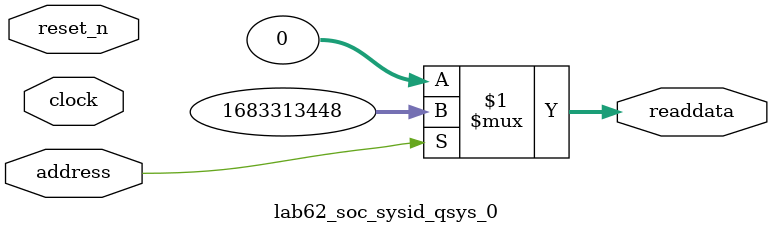
<source format=v>



// synthesis translate_off
`timescale 1ns / 1ps
// synthesis translate_on

// turn off superfluous verilog processor warnings 
// altera message_level Level1 
// altera message_off 10034 10035 10036 10037 10230 10240 10030 

module lab62_soc_sysid_qsys_0 (
               // inputs:
                address,
                clock,
                reset_n,

               // outputs:
                readdata
             )
;

  output  [ 31: 0] readdata;
  input            address;
  input            clock;
  input            reset_n;

  wire    [ 31: 0] readdata;
  //control_slave, which is an e_avalon_slave
  assign readdata = address ? 1683313448 : 0;

endmodule



</source>
